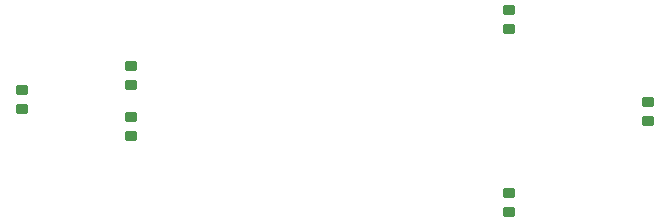
<source format=gbr>
G04 CAM Products 2000  RS274-X Output*
G04 Serial Number: 0000-00-00000*
G04 File Name:LED-FLEX-R2-past.gbr *
%FSLAX34Y34*%
%MOIN*%
%SFA1B1*%

%IPPOS*%
%AMROUNDRECTNOHOLED21*
4,1,4,0.019700,0.008900,
-0.019700,0.008900,
-0.019700,-0.008900,
0.019700,-0.008900,
0.019700,0.008900,0.0*
4,1,4,0.010900,0.017700,
-0.010900,0.017700,
-0.010900,-0.017700,
0.010900,-0.017700,
0.010900,0.017700,0.0*
1,1,0.017700,-0.010800,-0.008900*
1,1,0.017700,-0.010800,0.008900*
1,1,0.017700,0.010800,0.008900*
1,1,0.017700,0.010800,-0.008900*
%
%ADD10C,0.000400*%
%ADD11C,0.010000*%
%ADD12C,0.013800*%
%ADD13C,0.002000*%
%ADD14C,0.003900*%
%ADD15C,0.039400*%
%ADD16C,0.005000*%
%ADD17C,0.005900*%
%ADD18C,0.007900*%
%ADD19C,0.008000*%
%ADD20C,0.009800*%
%ADD21ROUNDRECTNOHOLED21*%
%ADD22R,0.137800X0.013800*%
%ADD23R,0.152800X0.028800*%
%ADD24R,0.047200X0.051200*%
%ADD25R,0.062200X0.066200*%
%ADD26R,0.049600X0.071800*%
%LNLED-FLEX-R2-past-1*%
%LPD*%
G54D21*
X32972Y30759D03*
Y31389D03*
X29330Y31645D03*
Y32275D03*
X32972Y32433D03*
Y33062D03*
X45582Y28200D03*
Y28830D03*
X50208Y31251D03*
Y31881D03*
X45582Y34303D03*
Y34933D03*
M02*
</source>
